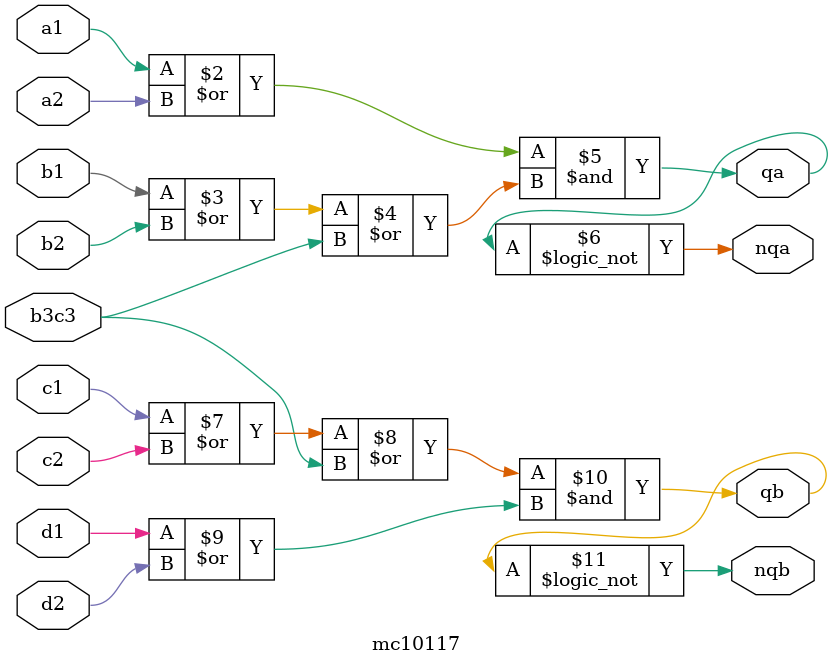
<source format=sv>
module mc10117(input bit a1, a2, b1, b2, b3c3, c1, c2, d1, d2,
	       output bit qa, nqa, qb, nqb);
  
  always_comb begin
    qa = (a1 | a2) & (b1 | b2 | b3c3);
    nqa = !qa;
    qb = (c1 | c2 | b3c3) & (d1 | d2);
    nqb = !qb;
  end
endmodule // mc10117

</source>
